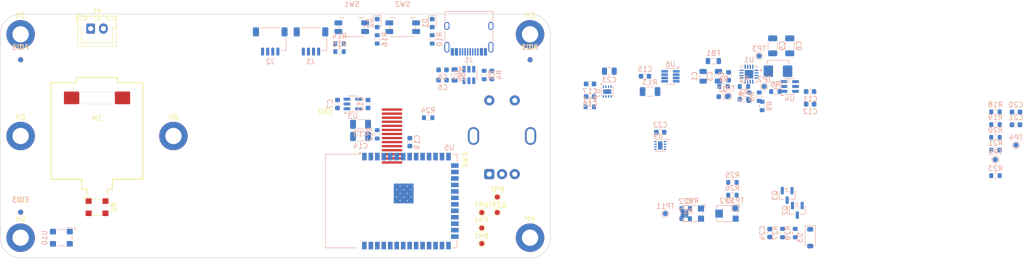
<source format=kicad_pcb>
(kicad_pcb (version 20241229) (generator "pcbnew") (generator_version "9.0")
  (title_block (title "Mini4WD Motor Tester") (date "2026-01-27") (rev "0.1") (company "Josh Johnson"))
  (layers (0 "F.Cu" signal) (2 "B.Cu" signal) (13 "F.Paste" user) (15 "B.Paste" user) (5 "F.SilkS" user "F.Silkscreen") (7 "B.SilkS" user "B.Silkscreen") (1 "F.Mask" user) (3 "B.Mask" user) (25 "Edge.Cuts" user))
  (net 0 "")
  (net 1 "GND")
  (net 2 "+5V")
  (net 3 "Net-(U1-SS{slash}TR)")
  (net 4 "Net-(U1-AVIN)")
  (net 5 "Net-(C5-Pad2)")
  (net 6 "+VMOT")
  (net 7 "+3V3")
  (net 8 "Net-(U6-IN-)")
  (net 9 "Net-(U5-EN)")
  (net 10 "/ENCODER_A")
  (net 11 "/ENCODER_B")
  (net 12 "Net-(D1-A)")
  (net 13 "Net-(D2-A)")
  (net 14 "/TFT_CS")
  (net 16 "Net-(DS1-LEDK)")
  (net 17 "/TFT_RST")
  (net 19 "/SPI_SCK")
  (net 20 "/TFT_DC")
  (net 21 "/SPI_PICO")
  (net 22 "Net-(J1-CC2)")
  (net 23 "/USB+")
  (net 24 "/USB-")
  (net 25 "Net-(J1-CC1)")
  (net 26 "/TXD")
  (net 27 "/RXD")
  (net 28 "/I2C_SCL")
  (net 29 "/I2C_SDA")
  (net 30 "Net-(L1-Pad1)")
  (net 31 "Net-(M1--)")
  (net 32 "Net-(M1-+)")
  (net 33 "/REG_EN")
  (net 34 "Net-(U1-FSW)")
  (net 35 "Net-(U1-PG)")
  (net 36 "Net-(U1-FB)")
  (net 37 "Net-(U4-VOUT)")
  (net 38 "/MOTOR_EN")
  (net 39 "/ESP0{slash}STAT")
  (net 40 "Net-(U8-K)")
  (net 41 "Net-(R18-Pad2)")
  (net 42 "Net-(R20-Pad2)")
  (net 43 "Net-(R22-Pad2)")
  (net 44 "/ENCODER_SW")
  (net 45 "/USB_D+")
  (net 46 "/USB_D-")
  (net 49 "/SPI_POCI")
  (net 50 "/MOTOR_IN2")
  (net 55 "/MOTOR_IN1")
  (net 61 "Net-(U10-K)")
  (net 68 "Net-(R26-Pad2)")
  (net 69 "/MOTOR_OUT")
  (net 70 "/WHEEL_OUT")
  (net 71 "/AUX_5V_EN")
  (net 72 "Net-(D3-K)")
  (net 73 "Net-(Q2-G)")
  (footprint "MountingHole:MountingHole_3.2mm_M3_DIN965_Pad_TopBottom" (layer "F.Cu") (at 170 80)
    (property "Reference" "H3" (at 0 -3.75 0) (layer "F.SilkS"))
    (property "Value" "M3")
    (pad "1" thru_hole circle (at 0 0) (size 3.6 3.6) (drill 3.2) (layers "*.Cu" "*.Mask") (net 1 "GND"))
    (pad "1" connect circle (at 0 0) (size 5.6 5.6) (layers "F.Cu" "F.Mask") (net 1 "GND"))
    (pad "1" connect circle (at 0 0) (size 5.6 5.6) (layers "B.Cu" "B.Mask") (net 1 "GND"))
  )
  (footprint "Fiducial:Fiducial_1mm_Mask3mm" (layer "F.Cu") (at 70 115)
    (property "Reference" "FID2" (at 0 -2.45 0) (layer "F.SilkS"))
    (property "Value" "Fiducial")
    (pad "" smd circle (at 0 0) (size 1 1) (layers "F.Cu" "F.Mask") (clearance 1.1))
  )
  (footprint "MountingHole:MountingHole_3.2mm_M3_DIN965_Pad_TopBottom" (layer "F.Cu") (at 70 80)
    (property "Reference" "H1" (at 0 -3.75 0) (layer "F.SilkS"))
    (property "Value" "M3")
    (pad "1" thru_hole circle (at 0 0) (size 3.6 3.6) (drill 3.2) (layers "*.Cu" "*.Mask") (net 1 "GND"))
    (pad "1" connect circle (at 0 0) (size 5.6 5.6) (layers "F.Cu" "F.Mask") (net 1 "GND"))
    (pad "1" connect circle (at 0 0) (size 5.6 5.6) (layers "B.Cu" "B.Mask") (net 1 "GND"))
  )
  (footprint "josh-passives-smt:Sharp_GP2S700HCP" (layer "F.Cu") (at 85 114)
    (property "Reference" "U8" (at 3.295 0 90) (layer "F.SilkS"))
    (property "Value" "GP2S700HCP")
    (pad "1" smd roundrect (at -1.65 -1.2) (size 1.2 1.1) (layers "F.Cu" "F.Mask" "F.Paste") (roundrect_rratio 0.1363636364) (net 1 "GND"))
    (pad "2" smd roundrect (at -1.65 1.2) (size 1.2 1.1) (layers "F.Cu" "F.Mask" "F.Paste") (roundrect_rratio 0.1363636364) (net 43 "Net-(R22-Pad2)"))
    (pad "3" smd roundrect (at 1.65 1.2) (size 1.2 1.1) (layers "F.Cu" "F.Mask" "F.Paste") (roundrect_rratio 0.1363636364) (net 40 "Net-(U8-K)"))
    (pad "4" smd roundrect (at 1.65 -1.2) (size 1.2 1.1) (layers "F.Cu" "F.Mask" "F.Paste") (roundrect_rratio 0.1363636364) (net 7 "+3V3"))
  )
  (footprint "MountingHole:MountingHole_3.2mm_M3_DIN965_Pad_TopBottom" (layer "F.Cu") (at 170 120)
    (property "Reference" "H4" (at 0 -3.75 0) (layer "F.SilkS"))
    (property "Value" "M3")
    (pad "1" thru_hole circle (at 0 0) (size 3.6 3.6) (drill 3.2) (layers "*.Cu" "*.Mask") (net 1 "GND"))
    (pad "1" connect circle (at 0 0) (size 5.6 5.6) (layers "F.Cu" "F.Mask") (net 1 "GND"))
    (pad "1" connect circle (at 0 0) (size 5.6 5.6) (layers "B.Cu" "B.Mask") (net 1 "GND"))
  )
  (footprint "TestPoint:TestPoint_Pad_D1.0mm" (layer "F.Cu") (at 160.52381 118.1)
    (property "Reference" "TP7" (at 0 -1.448 0) (layer "F.SilkS"))
    (property "Value" "TP")
    (pad "1" smd circle (at 0 0) (size 1 1) (layers "F.Cu" "F.Mask") (net 14 "/TFT_CS"))
  )
  (footprint "MountingHole:MountingHole_3.2mm_M3_DIN965_Pad_TopBottom" (layer "F.Cu") (at 70 120)
    (property "Reference" "H2" (at 0 -3.75 0) (layer "F.SilkS"))
    (property "Value" "M3")
    (pad "1" thru_hole circle (at 0 0) (size 3.6 3.6) (drill 3.2) (layers "*.Cu" "*.Mask") (net 1 "GND"))
    (pad "1" connect circle (at 0 0) (size 5.6 5.6) (layers "F.Cu" "F.Mask") (net 1 "GND"))
    (pad "1" connect circle (at 0 0) (size 5.6 5.6) (layers "B.Cu" "B.Mask") (net 1 "GND"))
  )
  (footprint "Connector_JST:JST_XH_B2B-XH-A_1x02_P2.50mm_Vertical" (layer "F.Cu") (at 83.75 78.875)
    (property "Reference" "J4" (at 1.25 -3.55 0) (layer "F.SilkS"))
    (property "Value" "JST XH")
    (pad "1" thru_hole roundrect (at 0 0) (size 1.7 2) (drill 1) (layers "*.Cu" "*.Mask") (roundrect_rratio 0.147059) (net 72 "Net-(D3-K)"))
    (pad "2" thru_hole oval (at 2.5 0) (size 1.7 2) (drill 1) (layers "*.Cu" "*.Mask") (net 1 "GND"))
  )
  (footprint "josh-buttons-switches:RotaryEncoder_Alps_EC11E_15MM" (layer "F.Cu") (at 162 107.5 90)
    (property "Reference" "SW3" (at 2.8 -4.7 90) (layer "F.SilkS"))
    (property "Value" "EC11")
    (pad "A" thru_hole roundrect (at 0 0 90) (size 2 2) (drill 1) (layers "*.Cu" "*.Mask") (roundrect_rratio 0.2) (net 41 "Net-(R18-Pad2)"))
    (pad "B" thru_hole circle (at 0 5 90) (size 2 2) (drill 1) (layers "*.Cu" "*.Mask") (net 42 "Net-(R20-Pad2)"))
    (pad "C" thru_hole circle (at 0 2.5 90) (size 2 2) (drill 1) (layers "*.Cu" "*.Mask") (net 1 "GND"))
    (pad "MP" thru_hole roundrect (at 7.5 -3.1 90) (size 3.5 2.2) (drill oval 2.8 1.5) (layers "*.Cu" "*.Mask") (roundrect_rratio 0.5))
    (pad "MP" thru_hole roundrect (at 7.5 8.1 90) (size 3.5 2.2) (drill oval 2.8 1.5) (layers "*.Cu" "*.Mask") (roundrect_rratio 0.5))
    (pad "S1" thru_hole circle (at 14.5 5 90) (size 2 2) (drill 1) (layers "*.Cu" "*.Mask") (net 44 "/ENCODER_SW"))
    (pad "S2" thru_hole circle (at 14.5 0 90) (size 2 2) (drill 1) (layers "*.Cu" "*.Mask") (net 1 "GND"))
  )
  (footprint "TestPoint:TestPoint_Pad_D1.0mm" (layer "F.Cu") (at 160.52381 115.05)
    (property "Reference" "TP6" (at 0 -1.448 0) (layer "F.SilkS"))
    (property "Value" "TP")
    (pad "1" smd circle (at 0 0) (size 1 1) (layers "F.Cu" "F.Mask") (net 21 "/SPI_PICO"))
  )
  (footprint "MountingHole:MountingHole_3.2mm_M3_DIN965_Pad_TopBottom" (layer "F.Cu") (at 70 100)
    (property "Reference" "H5" (at 0 -3.75 0) (layer "F.SilkS"))
    (property "Value" "M3")
    (pad "1" thru_hole circle (at 0 0) (size 3.6 3.6) (drill 3.2) (layers "*.Cu" "*.Mask") (net 1 "GND"))
    (pad "1" connect circle (at 0 0) (size 5.6 5.6) (layers "F.Cu" "F.Mask") (net 1 "GND"))
    (pad "1" connect circle (at 0 0) (size 5.6 5.6) (layers "B.Cu" "B.Mask") (net 1 "GND"))
  )
  (footprint "josh-display:1.8TFT" (layer "F.Cu") (at 130 100 90)
    (property "Reference" "DS1" (at 4.8 -0.1 0) (layer "F.SilkS"))
    (property "Value" "TFT-1.8''")
    (pad "1" smd roundrect (at 5.2 12.9 90) (size 0.45 4) (layers "F.Cu" "F.Mask" "F.Paste"))
    (pad "2" smd roundrect (at 4.4 12.9 90) (size 0.45 4) (layers "F.Cu" "F.Mask" "F.Paste") (net 1 "GND"))
    (pad "3" smd roundrect (at 3.6 12.9 90) (size 0.45 4) (layers "F.Cu" "F.Mask" "F.Paste") (net 16 "Net-(DS1-LEDK)"))
    (pad "4" smd roundrect (at 2.8 12.9 90) (size 0.45 4) (layers "F.Cu" "F.Mask" "F.Paste") (net 7 "+3V3"))
    (pad "5" smd roundrect (at 2 12.9 90) (size 0.45 4) (layers "F.Cu" "F.Mask" "F.Paste") (net 1 "GND"))
    (pad "6" smd roundrect (at 1.2 12.9 90) (size 0.45 4) (layers "F.Cu" "F.Mask" "F.Paste") (net 17 "/TFT_RST"))
    (pad "7" smd roundrect (at 0.4 12.9 90) (size 0.45 4) (layers "F.Cu" "F.Mask" "F.Paste") (net 20 "/TFT_DC"))
    (pad "8" smd roundrect (at -0.4 12.9 90) (size 0.45 4) (layers "F.Cu" "F.Mask" "F.Paste") (net 21 "/SPI_PICO"))
    (pad "9" smd roundrect (at -1.2 12.9 90) (size 0.45 4) (layers "F.Cu" "F.Mask" "F.Paste") (net 19 "/SPI_SCK"))
    (pad "10" smd roundrect (at -2 12.9 90) (size 0.45 4) (layers "F.Cu" "F.Mask" "F.Paste") (net 7 "+3V3"))
    (pad "11" smd roundrect (at -2.8 12.9 90) (size 0.45 4) (layers "F.Cu" "F.Mask" "F.Paste") (net 7 "+3V3"))
    (pad "12" smd roundrect (at -3.6 12.9 90) (size 0.45 4) (layers "F.Cu" "F.Mask" "F.Paste") (net 14 "/TFT_CS"))
    (pad "13" smd roundrect (at -4.4 12.9 90) (size 0.45 4) (layers "F.Cu" "F.Mask" "F.Paste") (net 1 "GND"))
    (pad "14" smd roundrect (at -5.2 12.9 90) (size 0.45 4) (layers "F.Cu" "F.Mask" "F.Paste"))
  )
  (footprint "josh-mechanical:Mini4WD_Motor" (layer "F.Cu") (at 85 96.5)
    (property "Reference" "M1" (at 0 0 0) (layer "F.SilkS"))
    (property "Value" "Motor_DC")
    (fp_line (start -3.4 -3.3) (end -3.4 -4.7) (stroke (width 0.05)) (layer "Edge.Cuts"))
    (fp_line (start -2.899999 -5.2) (end 2.9 -5.2) (stroke (width 0.05)) (layer "Edge.Cuts"))
    (fp_line (start -2.899999 -2.8) (end 2.9 -2.8) (stroke (width 0.05)) (layer "Edge.Cuts"))
    (fp_line (start 3.4 -3.3) (end 3.4 -4.7) (stroke (width 0.05)) (layer "Edge.Cuts"))
    (fp_arc (start -3.4 -4.7) (mid -3.253553 -5.053553) (end -2.9 -5.2) (stroke (width 0.05)) (layer "Edge.Cuts"))
    (fp_arc (start -2.9 -2.8) (mid -3.253553 -2.946447) (end -3.4 -3.3) (stroke (width 0.05)) (layer "Edge.Cuts"))
    (fp_arc (start 2.9 -5.2) (mid 3.253553 -5.053553) (end 3.4 -4.7) (stroke (width 0.05)) (layer "Edge.Cuts"))
    (fp_arc (start 3.4 -3.3) (mid 3.253553 -2.946447) (end 2.9 -2.8) (stroke (width 0.05)) (layer "Edge.Cuts"))
    (pad "1" smd roundrect (at -5 -4) (size 3 2.5) (layers "F.Cu" "F.Mask" "F.Paste") (roundrect_rratio 0.08333333333) (net 32 "Net-(M1-+)"))
    (pad "2" smd roundrect (at 5 -4) (size 3 2.5) (layers "F.Cu" "F.Mask" "F.Paste") (roundrect_rratio 0.08333333333) (net 31 "Net-(M1--)"))
  )
  (footprint "TestPoint:TestPoint_Pad_D1.0mm" (layer "F.Cu") (at 160.52381 121.15)
    (property "Reference" "TP8" (at 0 -1.448 0) (layer "F.SilkS"))
    (property "Value" "TP")
    (pad "1" smd circle (at 0 0) (size 1 1) (layers "F.Cu" "F.Mask") (net 17 "/TFT_RST"))
  )
  (footprint "Fiducial:Fiducial_1mm_Mask3mm" (layer "F.Cu") (at 70 85)
    (property "Reference" "FID4" (at 0 -2.45 0) (layer "F.SilkS"))
    (property "Value" "Fiducial")
    (pad "" smd circle (at 0 0) (size 1 1) (layers "F.Cu" "F.Mask") (clearance 1.1))
  )
  (footprint "TestPoint:TestPoint_Pad_D1.0mm" (layer "F.Cu") (at 163.57381 112)
    (property "Reference" "TP9" (at 0 -1.448 0) (layer "F.SilkS"))
    (property "Value" "TP")
    (pad "1" smd circle (at 0 0) (size 1 1) (layers "F.Cu" "F.Mask") (net 19 "/SPI_SCK"))
  )
  (footprint "Fiducial:Fiducial_1mm_Mask3mm" (layer "F.Cu") (at 170 85)
    (property "Reference" "FID6" (at 0 -2.45 0) (layer "F.SilkS"))
    (property "Value" "Fiducial")
    (pad "" smd circle (at 0 0) (size 1 1) (layers "F.Cu" "F.Mask") (clearance 1.1))
  )
  (footprint "TestPoint:TestPoint_Pad_D1.0mm" (layer "F.Cu") (at 163.57381 115.05)
    (property "Reference" "TP10" (at 0 -1.448 0) (layer "F.SilkS"))
    (property "Value" "TP")
    (pad "1" smd circle (at 0 0) (size 1 1) (layers "F.Cu" "F.Mask") (net 20 "/TFT_DC"))
  )
  (footprint "MountingHole:MountingHole_3.2mm_M3_DIN965_Pad_TopBottom" (layer "F.Cu") (at 100 100)
    (property "Reference" "H6" (at 0 -3.75 0) (layer "F.SilkS"))
    (property "Value" "M3")
    (pad "1" thru_hole circle (at 0 0) (size 3.6 3.6) (drill 3.2) (layers "*.Cu" "*.Mask") (net 1 "GND"))
    (pad "1" connect circle (at 0 0) (size 5.6 5.6) (layers "F.Cu" "F.Mask") (net 1 "GND"))
    (pad "1" connect circle (at 0 0) (size 5.6 5.6) (layers "B.Cu" "B.Mask") (net 1 "GND"))
  )
  (footprint "Resistor_SMD:R_0603_1608Metric" (layer "B.Cu") (at 212.98 92.26 -90)
    (property "Reference" "R7" (at 0 1.43 90) (layer "B.SilkS") (effects (justify mirror)))
    (property "Value" "49K9")
    (pad "1" smd roundrect (at -0.825 0 270) (size 0.8 0.95) (layers "B.Cu" "B.Mask" "B.Paste") (net 6 "+VMOT"))
    (pad "2" smd roundrect (at 0.825 0 270) (size 0.8 0.95) (layers "B.Cu" "B.Mask" "B.Paste") (net 36 "Net-(U1-FB)"))
  )
  (footprint "Capacitor_SMD:C_0603_1608Metric" (layer "B.Cu") (at 265.39 97.79 180)
    (property "Reference" "C21" (at 0 1.43 0) (layer "B.SilkS") (effects (justify mirror)))
    (property "Value" "10n")
    (pad "1" smd roundrect (at -0.775 0 180) (size 0.9 0.95) (layers "B.Cu" "B.Mask" "B.Paste") (net 11 "/ENCODER_B"))
    (pad "2" smd roundrect (at 0.775 0 180) (size 0.9 0.95) (layers "B.Cu" "B.Mask" "B.Paste") (net 1 "GND"))
  )
  (footprint "Package_SON:WSON-8-1EP_2x2mm_P0.5mm_EP0.9x1.6mm" (layer "B.Cu") (at 195.56 101.86 180)
    (property "Reference" "U9" (at 0.38 1.9 0) (layer "B.SilkS") (effects (justify mirror)))
    (property "Value" "TMP1075DSG")
    (pad "1" smd roundrect (at -0.95 0.75 180) (size 0.5 0.25) (layers "B.Cu" "B.Mask" "B.Paste") (net 29 "/I2C_SDA"))
    (pad "2" smd roundrect (at -0.95 0.25 180) (size 0.5 0.25) (layers "B.Cu" "B.Mask" "B.Paste") (net 28 "/I2C_SCL"))
    (pad "3" smd roundrect (at -0.95 -0.25 180) (size 0.5 0.25) (layers "B.Cu" "B.Mask" "B.Paste"))
    (pad "4" smd roundrect (at -0.95 -0.75 180) (size 0.5 0.25) (layers "B.Cu" "B.Mask" "B.Paste") (net 1 "GND"))
    (pad "5" smd roundrect (at 0.95 -0.75 180) (size 0.5 0.25) (layers "B.Cu" "B.Mask" "B.Paste") (net 1 "GND"))
    (pad "6" smd roundrect (at 0.95 -0.25 180) (size 0.5 0.25) (layers "B.Cu" "B.Mask" "B.Paste") (net 1 "GND"))
    (pad "7" smd roundrect (at 0.95 0.25 180) (size 0.5 0.25) (layers "B.Cu" "B.Mask" "B.Paste") (net 1 "GND"))
    (pad "8" smd roundrect (at 0.95 0.75 180) (size 0.5 0.25) (layers "B.Cu" "B.Mask" "B.Paste") (net 7 "+3V3"))
    (pad "9" smd rect (at 0 0 180) (size 0.9 1.6) (layers "B.Cu" "B.Mask") (net 1 "GND"))
  )
  (footprint "Resistor_SMD:R_0603_1608Metric" (layer "B.Cu") (at 214.98 92.26 -90)
    (property "Reference" "R8" (at 0 1.43 90) (layer "B.SilkS") (effects (justify mirror)))
    (property "Value" "30K")
    (pad "1" smd roundrect (at -0.825 0 270) (size 0.8 0.95) (layers "B.Cu" "B.Mask" "B.Paste") (net 36 "Net-(U1-FB)"))
    (pad "2" smd roundrect (at 0.825 0 270) (size 0.8 0.95) (layers "B.Cu" "B.Mask" "B.Paste") (net 1 "GND"))
  )
  (footprint "Diode_SMD:D_SOD-123" (layer "B.Cu") (at 225 120 -90)
    (property "Reference" "D3" (at 0 2 90) (layer "B.SilkS") (effects (justify mirror)))
    (property "Value" "B5819W")
    (pad "1" smd roundrect (at -1.65 0 270) (size 0.9 1.2) (layers "B.Cu" "B.Mask" "B.Paste") (net 72 "Net-(D3-K)"))
    (pad "2" smd roundrect (at 1.65 0 270) (size 0.9 1.2) (layers "B.Cu" "B.Mask" "B.Paste") (net 1 "GND"))
  )
  (footprint "Capacitor_SMD:C_0805_2012Metric" (layer "B.Cu") (at 185.56 87.26)
    (property "Reference" "C23" (at 0 1.68 180) (layer "B.SilkS") (effects (justify mirror)))
    (property "Value" "10u")
    (pad "1" smd roundrect (at -0.95 0) (size 1 1.45) (layers "B.Cu" "B.Mask" "B.Paste") (net 8 "Net-(U6-IN-)"))
    (pad "2" smd roundrect (at 0.95 0) (size 1 1.45) (layers "B.Cu" "B.Mask" "B.Paste") (net 1 "GND"))
  )
  (footprint "Resistor_SMD:R_0603_1608Metric" (layer "B.Cu") (at 261.36 107.79 180)
    (property "Reference" "R23" (at 0 1.43 0) (layer "B.SilkS") (effects (justify mirror)))
    (property "Value" "10K")
    (pad "1" smd roundrect (at -0.825 0 180) (size 0.8 0.95) (layers "B.Cu" "B.Mask" "B.Paste") (net 7 "+3V3"))
    (pad "2" smd roundrect (at 0.825 0 180) (size 0.8 0.95) (layers "B.Cu" "B.Mask" "B.Paste") (net 44 "/ENCODER_SW"))
  )
  (footprint "Resistor_SMD:R_0603_1608Metric" (layer "B.Cu") (at 200.56 116.26 180)
    (property "Reference" "R17" (at 0 1.43 0) (layer "B.SilkS") (effects (justify mirror)))
    (property "Value" "22R")
    (pad "1" smd roundrect (at -0.825 0 180) (size 0.8 0.95) (layers "B.Cu" "B.Mask" "B.Paste") (net 1 "GND"))
    (pad "2" smd roundrect (at 0.825 0 180) (size 0.8 0.95) (layers "B.Cu" "B.Mask" "B.Paste") (net 40 "Net-(U8-K)"))
  )
  (footprint "RF_Module:ESP32-S3-WROOM-1" (layer "B.Cu") (at 142.74 112.8 -90)
    (property "Reference" "U5" (at -10.5 -11.4 0) (layer "B.SilkS") (effects (justify mirror)))
    (property "Value" "ESP32-S3-WROOM-1")
    (pad "1" smd rect (at -8.75 5.26 270) (size 1.5 0.9) (layers "B.Cu" "B.Mask" "B.Paste") (net 1 "GND"))
    (pad "2" smd rect (at -8.75 3.99 270) (size 1.5 0.9) (layers "B.Cu" "B.Mask" "B.Paste") (net 7 "+3V3"))
    (pad "3" smd rect (at -8.75 2.72 270) (size 1.5 0.9) (layers "B.Cu" "B.Mask" "B.Paste") (net 9 "Net-(U5-EN)"))
    (pad "4" smd rect (at -8.75 1.45 270) (size 1.5 0.9) (layers "B.Cu" "B.Mask" "B.Paste") (net 44 "/ENCODER_SW"))
    (pad "5" smd rect (at -8.75 0.18 270) (size 1.5 0.9) (layers "B.Cu" "B.Mask" "B.Paste") (net 10 "/ENCODER_A"))
    (pad "6" smd rect (at -8.75 -1.09 270) (size 1.5 0.9) (layers "B.Cu" "B.Mask" "B.Paste") (net 11 "/ENCODER_B"))
    (pad "7" smd rect (at -8.75 -2.36 270) (size 1.5 0.9) (layers "B.Cu" "B.Mask" "B.Paste") (net 17 "/TFT_RST"))
    (pad "8" smd rect (at -8.75 -3.63 270) (size 1.5 0.9) (layers "B.Cu" "B.Mask" "B.Paste") (net 69 "/MOTOR_OUT"))
    (pad "9" smd rect (at -8.75 -4.9 270) (size 1.5 0.9) (layers "B.Cu" "B.Mask" "B.Paste") (net 33 "/REG_EN"))
    (pad "10" smd rect (at -8.75 -6.17 270) (size 1.5 0.9) (layers "B.Cu" "B.Mask" "B.Paste") (net 55 "/MOTOR_IN1"))
    (pad "11" smd rect (at -8.75 -7.44 270) (size 1.5 0.9) (layers "B.Cu" "B.Mask" "B.Paste") (net 50 "/MOTOR_IN2"))
    (pad "12" smd rect (at -8.75 -8.71 270) (size 1.5 0.9) (layers "B.Cu" "B.Mask" "B.Paste") (net 29 "/I2C_SDA"))
    (pad "13" smd rect (at -8.75 -9.98 270) (size 1.5 0.9) (layers "B.Cu" "B.Mask" "B.Paste") (net 46 "/USB_D-"))
    (pad "14" smd rect (at -8.75 -11.25 90) (size 1.5 0.9) (layers "B.Cu" "B.Mask" "B.Paste") (net 45 "/USB_D+"))
    (pad "15" smd rect (at -6.985 -12.5) (size 1.5 0.9) (layers "B.Cu" "B.Mask" "B.Paste"))
    (pad "16" smd rect (at -5.715 -12.5) (size 1.5 0.9) (layers "B.Cu" "B.Mask" "B.Paste"))
    (pad "17" smd rect (at -4.445 -12.5) (size 1.5 0.9) (layers "B.Cu" "B.Mask" "B.Paste") (net 28 "/I2C_SCL"))
    (pad "18" smd rect (at -3.175 -12.5) (size 1.5 0.9) (layers "B.Cu" "B.Mask" "B.Paste") (net 20 "/TFT_DC"))
    (pad "19" smd rect (at -1.905 -12.5) (size 1.5 0.9) (layers "B.Cu" "B.Mask" "B.Paste") (net 21 "/SPI_PICO"))
    (pad "20" smd rect (at -0.635 -12.5) (size 1.5 0.9) (layers "B.Cu" "B.Mask" "B.Paste") (net 19 "/SPI_SCK"))
    (pad "21" smd rect (at 0.635 -12.5) (size 1.5 0.9) (layers "B.Cu" "B.Mask" "B.Paste") (net 49 "/SPI_POCI"))
    (pad "22" smd rect (at 1.905 -12.5) (size 1.5 0.9) (layers "B.Cu" "B.Mask" "B.Paste") (net 14 "/TFT_CS"))
    (pad "23" smd rect (at 3.175 -12.5) (size 1.5 0.9) (layers "B.Cu" "B.Mask" "B.Paste") (net 38 "/MOTOR_EN"))
    (pad "24" smd rect (at 4.445 -12.5) (size 1.5 0.9) (layers "B.Cu" "B.Mask" "B.Paste"))
    (pad "25" smd rect (at 5.715 -12.5) (size 1.5 0.9) (layers "B.Cu" "B.Mask" "B.Paste"))
    (pad "26" smd rect (at 6.985 -12.5) (size 1.5 0.9) (layers "B.Cu" "B.Mask" "B.Paste"))
    (pad "27" smd rect (at 8.75 -11.25 270) (size 1.5 0.9) (layers "B.Cu" "B.Mask" "B.Paste") (net 39 "/ESP0{slash}STAT"))
    (pad "28" smd rect (at 8.75 -9.98 270) (size 1.5 0.9) (layers "B.Cu" "B.Mask" "B.Paste"))
    (pad "29" smd rect (at 8.75 -8.71 270) (size 1.5 0.9) (layers "B.Cu" "B.Mask" "B.Paste"))
    (pad "30" smd rect (at 8.75 -7.44 270) (size 1.5 0.9) (layers "B.Cu" "B.Mask" "B.Paste"))
    (pad "31" smd rect (at 8.75 -6.17 270) (size 1.5 0.9) (layers "B.Cu" "B.Mask" "B.Paste"))
    (pad "32" smd rect (at 8.75 -4.9 270) (size 1.5 0.9) (layers "B.Cu" "B.Mask" "B.Paste"))
    (pad "33" smd rect (at 8.75 -3.63 270) (size 1.5 0.9) (layers "B.Cu" "B.Mask" "B.Paste"))
    (pad "34" smd rect (at 8.75 -2.36 270) (size 1.5 0.9) (layers "B.Cu" "B.Mask" "B.Paste"))
    (pad "35" smd rect (at 8.75 -1.09 270) (size 1.5 0.9) (layers "B.Cu" "B.Mask" "B.Paste"))
    (pad "36" smd rect (at 8.75 0.18 270) (size 1.5 0.9) (layers "B.Cu" "B.Mask" "B.Paste") (net 27 "/RXD"))
    (pad "37" smd rect (at 8.75 1.45 270) (size 1.5 0.9) (layers "B.Cu" "B.Mask" "B.Paste") (net 26 "/TXD"))
    (pad "38" smd rect (at 8.75 2.72 270) (size 1.5 0.9) (layers "B.Cu" "B.Mask" "B.Paste") (net 71 "/AUX_5V_EN"))
    (pad "39" smd rect (at 8.75 3.99 270) (size 1.5 0.9) (layers "B.Cu" "B.Mask" "B.Paste") (net 70 "/WHEEL_OUT"))
    (pad "40" smd rect (at 8.75 5.26 270) (size 1.5 0.9) (layers "B.Cu" "B.Mask" "B.Paste") (net 1 "GND"))
    (pad "41" thru_hole circle (at -2.9 -3.16 270) (size 0.6 0.6) (drill 0.2) (property pad_prop_heatsink) (layers "*.Cu" "B.Mask") (net 1 "GND"))
    (pad "41" thru_hole circle (at -2.9 -1.76 180) (size 0.6 0.6) (drill 0.2) (property pad_prop_heatsink) (layers "*.Cu" "B.Mask") (net 1 "GND"))
    (pad "41" thru_hole circle (at -2.2 -3.86 270) (size 0.6 0.6) (drill 0.2) (property pad_prop_heatsink) (layers "*.Cu" "B.Mask") (net 1 "GND"))
    (pad "41" thru_hole circle (at -2.2 -2.46 270) (size 0.6 0.6) (drill 0.2) (property pad_prop_heatsink) (layers "*.Cu" "B.Mask") (net 1 "GND"))
    (pad "41" thru_hole circle (at -2.2 -1.06 270) (size 0.6 0.6) (drill 0.2) (property pad_prop_heatsink) (layers "*.Cu" "B.Mask") (net 1 "GND"))
    (pad "41" thru_hole circle (at -1.5 -3.16 270) (size 0.6 0.6) (drill 0.2) (property pad_prop_heatsink) (layers "*.Cu" "B.Mask") (net 1 "GND"))
    (pad "41" smd rect (at -1.5 -2.46) (size 3.9 3.9) (property pad_prop_heatsink) (layers "B.Cu" "B.Mask") (net 1 "GND"))
    (pad "41" thru_hole circle (at -1.5 -1.76 270) (size 0.6 0.6) (drill 0.2) (property pad_prop_heatsink) (layers "*.Cu" "B.Mask") (net 1 "GND"))
    (pad "41" thru_hole circle (at -0.8 -3.86 270) (size 0.6 0.6) (drill 0.2) (property pad_prop_heatsink) (layers "*.Cu" "B.Mask") (net 1 "GND"))
    (pad "41" thru_hole circle (at -0.8 -2.46 270) (size 0.6 0.6) (drill 0.2) (property pad_prop_heatsink) (layers "*.Cu" "B.Mask") (net 1 "GND"))
    (pad "41" thru_hole circle (at -0.8 -1.06 270) (size 0.6 0.6) (drill 0.2) (property pad_prop_heatsink) (layers "*.Cu" "B.Mask") (net 1 "GND"))
    (pad "41" thru_hole circle (at -0.1 -3.16 270) (size 0.6 0.6) (drill 0.2) (property pad_prop_heatsink) (layers "*.Cu" "B.Mask") (net 1 "GND"))
    (pad "41" thru_hole circle (at -0.1 -1.76 270) (size 0.6 0.6) (drill 0.2) (property pad_prop_heatsink) (layers "*.Cu" "B.Mask") (net 1 "GND"))
  )
  (footprint "TestPoint:TestPoint_Pad_D1.0mm" (layer "B.Cu") (at 196.56 115.26 180)
    (property "Reference" "TP11" (at 0 1.448 0) (layer "B.SilkS") (effects (justify mirror)))
    (property "Value" "TP")
    (pad "1" smd circle (at 0 0 180) (size 1 1) (layers "B.Cu" "B.Mask") (net 69 "/MOTOR_OUT"))
  )
  (footprint "Capacitor_SMD:C_0603_1608Metric" (layer "B.Cu") (at 217.05 119.085 -90)
    (property "Reference" "C24" (at 0 1.43 90) (layer "B.SilkS") (effects (justify mirror)))
    (property "Value" "100n")
    (pad "1" smd roundrect (at -0.775 0 270) (size 0.9 0.95) (layers "B.Cu" "B.Mask" "B.Paste") (net 72 "Net-(D3-K)"))
    (pad "2" smd roundrect (at 0.775 0 270) (size 0.9 0.95) (layers "B.Cu" "B.Mask" "B.Paste") (net 1 "GND"))
  )
  (footprint "Resistor_SMD:R_0603_1608Metric" (layer "B.Cu") (at 181.735 94.26 180)
    (property "Reference" "R11" (at 0 1.43 0) (layer "B.SilkS") (effects (justify mirror)))
    (property "Value" "10K")
    (pad "1" smd roundrect (at -0.825 0 180) (size 0.8 0.95) (layers "B.Cu" "B.Mask" "B.Paste") (net 38 "/MOTOR_EN"))
    (pad "2" smd roundrect (at 0.825 0 180) (size 0.8 0.95) (layers "B.Cu" "B.Mask" "B.Paste") (net 1 "GND"))
  )
  (footprint "Capacitor_SMD:C_0805_2012Metric" (layer "B.Cu") (at 206.98 88.26 -90)
    (property "Reference" "C3" (at 0 1.68 90) (layer "B.SilkS") (effects (justify mirror)))
    (property "Value" "10u")
    (pad "1" smd roundrect (at -0.95 0 270) (size 1 1.45) (layers "B.Cu" "B.Mask" "B.Paste") (net 4 "Net-(U1-AVIN)"))
    (pad "2" smd roundrect (at 0.95 0 270) (size 1 1.45) (layers "B.Cu" "B.Mask" "B.Paste") (net 1 "GND"))
  )
  (footprint "Resistor_SMD:R_0603_1608Metric" (layer "B.Cu") (at 261.36 102.77 180)
    (property "Reference" "R21" (at 0 1.43 0) (layer "B.SilkS") (effects (justify mirror)))
    (property "Value" "10K")
    (pad "1" smd roundrect (at -0.825 0 180) (size 0.8 0.95) (layers "B.Cu" "B.Mask" "B.Paste") (net 7 "+3V3"))
    (pad "2" smd roundrect (at 0.825 0 180) (size 0.8 0.95) (layers "B.Cu" "B.Mask" "B.Paste") (net 42 "Net-(R20-Pad2)"))
  )
  (footprint "Resistor_SMD:R_0603_1608Metric" (layer "B.Cu") (at 162.5 88 90)
    (property "Reference" "R4" (at 0 1.43 90) (layer "B.SilkS") (effects (justify mirror)))
    (property "Value" "5K1")
    (pad "1" smd roundrect (at -0.825 0 90) (size 0.8 0.95) (layers "B.Cu" "B.Mask" "B.Paste") (net 1 "GND"))
    (pad "2" smd roundrect (at 0.825 0 90) (size 0.8 0.95) (layers "B.Cu" "B.Mask" "B.Paste") (net 25 "Net-(J1-CC1)"))
  )
  (footprint "josh-connectors:USB_C_Receptacle_HRO_TYPE-C-31-M-12" (layer "B.Cu") (at 158 79.4)
    (property "Reference" "J1" (at 0 5.645 0) (layer "B.SilkS") (effects (justify mirror)))
    (property "Value" "USB_C_Receptacle_USB2.0_16P")
    (pad "" np_thru_hole circle (at -2.89 2.6) (size 0.65 0.65) (drill 0.65) (layers "*.Cu" "*.Mask"))
    (pad "" np_thru_hole circle (at 2.89 2.6) (size 0.65 0.65) (drill 0.65) (layers "*.Cu" "*.Mask"))
    (pad "A1" smd roundrect (at -3.25 4.045) (size 0.6 1.45) (layers "B.Cu" "B.Mask" "B.Paste") (roundrect_rratio 0.2) (net 1 "GND"))
    (pad "A4" smd roundrect (at -2.45 4.045) (size 0.6 1.45) (layers "B.Cu" "B.Mask" "B.Paste") (roundrect_rratio 0.2) (net 5 "Net-(C5-Pad2)"))
    (pad "A5" smd roundrect (at -1.25 4.045) (size 0.3 1.45) (layers "B.Cu" "B.Mask" "B.Paste") (roundrect_rratio 0.2) (net 25 "Net-(J1-CC1)"))
    (pad "A6" smd roundrect (at -0.25 4.045) (size 0.3 1.45) (layers "B.Cu" "B.Mask" "B.Paste") (roundrect_rratio 0.2) (net 23 "/USB+"))
    (pad "A7" smd roundrect (at 0.25 4.045) (size 0.3 1.45) (layers "B.Cu" "B.Mask" "B.Paste") (roundrect_rratio 0.2) (net 24 "/USB-"))
    (pad "A8" smd roundrect (at 1.25 4.045) (size 0.3 1.45) (layers "B.Cu" "B.Mask" "B.Paste") (roundrect_rratio 0.2))
    (pad "A9" smd roundrect (at 2.45 4.045) (size 0.6 1.45) (layers "B.Cu" "B.Mask" "B.Paste") (roundrect_rratio 0.2) (net 5 "Net-(C5-Pad2)"))
    (pad "A12" smd roundrect (at 3.25 4.045) (size 0.6 1.45) (layers "B.Cu" "B.Mask" "B.Paste") (roundrect_rratio 0.2) (net 1 "GND"))
    (pad "B1" smd roundrect (at 3.25 4.045) (size 0.6 1.45) (layers "B.Cu" "B.Mask" "B.Paste") (roundrect_rratio 0.2) (net 1 "GND"))
    (pad "B4" smd roundrect (at 2.45 4.045) (size 0.6 1.45) (layers "B.Cu" "B.Mask" "B.Paste") (roundrect_rratio 0.2) (net 5 "Net-(C5-Pad2)"))
    (pad "B5" smd roundrect (at 1.75 4.045) (size 0.3 1.45) (layers "B.Cu" "B.Mask" "B.Paste") (roundrect_rratio 0.2) (net 22 "Net-(J1-CC2)"))
    (pad "B6" smd roundrect (at 0.75 4.045) (size 0.3 1.45) (layers "B.Cu" "B.Mask" "B.Paste") (roundrect_rratio 0.2) (net 23 "/USB+"))
    (pad "B7" smd roundrect (at -0.75 4.045) (size 0.3 1.45) (layers "B.Cu" "B.Mask" "B.Paste") (roundrect_rratio 0.2) (net 24 "/USB-"))
    (pad "B8" smd roundrect (at -1.75 4.045) (size 0.3 1.45) (layers "B.Cu" "B.Mask" "B.Paste") (roundrect_rratio 0.2))
    (pad "B9" smd roundrect (at -2.45 4.045) (size 0.6 1.45) (layers "B.Cu" "B.Mask" "B.Paste") (roundrect_rratio 0.2) (net 5 "Net-(C5-Pad2)"))
    (pad "B12" smd roundrect (at -3.25 4.045) (size 0.6 1.45) (layers "B.Cu" "B.Mask" "B.Paste") (roundrect_rratio 0.2) (net 1 "GND"))
    (pad "S1" thru_hole oval (at -4.32 -1.05) (size 1 1.6) (drill oval 0.6 1.2) (layers "*.Cu" "*.Mask") (net 1 "GND"))
    (pad "S1" thru_hole oval (at -4.32 3.13) (size 1 2.1) (drill oval 0.6 1.7) (layers "*.Cu" "*.Mask") (net 1 "GND"))
    (pad "S1" thru_hole oval (at 4.32 -1.05) (size 1 1.6) (drill oval 0.6 1.2) (layers "*.Cu" "*.Mask") (net 1 "GND"))
    (pad "S1" thru_hole oval (at 4.32 3.13) (size 1 2.1) (drill oval 0.6 1.7) (layers "*.Cu" "*.Mask") (net 1 "GND"))
  )
  (footprint "Resistor_SMD:R_0603_1608Metric" (layer "B.Cu") (at 219.56 119.085 -90)
    (property "Reference" "R27" (at 0 1.43 90) (layer "B.SilkS") (effects (justify mirror)))
    (property "Value" "10K")
    (pad "1" smd roundrect (at -0.825 0 270) (size 0.8 0.95) (layers "B.Cu" "B.Mask" "B.Paste") (net 71 "/AUX_5V_EN"))
    (pad "2" smd roundrect (at 0.825 0 270) (size 0.8 0.95) (layers "B.Cu" "B.Mask" "B.Paste") (net 1 "GND"))
  )
  (footprint "Resistor_SMD:R_0603_1608Metric" (layer "B.Cu") (at 200.56 114.26 180)
    (property "Reference" "R22" (at 0 1.43 0) (layer "B.SilkS") (effects (justify mirror)))
    (property "Value" "2K2")
    (pad "1" smd roundrect (at -0.825 0 180) (size 0.8 0.95) (layers "B.Cu" "B.Mask" "B.Paste") (net 7 "+3V3"))
    (pad "2" smd roundrect (at 0.825 0 180) (size 0.8 0.95) (layers "B.Cu" "B.Mask" "B.Paste") (net 43 "Net-(R22-Pad2)"))
  )
  (footprint "Resistor_SMD:R_0603_1608Metric" (layer "B.Cu") (at 222.07 119.085 -90)
    (property "Reference" "R28" (at 0 1.43 90) (layer "B.SilkS") (effects (justify mirror)))
    (property "Value" "10K")
    (pad "1" smd roundrect (at -0.825 0 270) (size 0.8 0.95) (layers "B.Cu" "B.Mask" "B.Paste") (net 73 "Net-(Q2-G)"))
    (pad "2" smd roundrect (at 0.825 0 270) (size 0.8 0.95) (layers "B.Cu" "B.Mask" "B.Paste") (net 2 "+5V"))
  )
  (footprint "Capacitor_SMD:C_1206_3216Metric" (layer "B.Cu") (at 220.98 82.26 90)
    (property "Reference" "C8" (at 0 1.85 90) (layer "B.SilkS") (effects (justify mirror)))
    (property "Value" "22u")
    (pad "1" smd roundrect (at -1.475 0 90) (size 1.15 1.8) (layers "B.Cu" "B.Mask" "B.Paste") (roundrect_rratio 0.217391) (net 6 "+VMOT"))
    (pad "2" smd roundrect (at 1.475 0 90) (size 1.15 1.8) (layers "B.Cu" "B.Mask" "B.Paste") (roundrect_rratio 0.217391) (net 1 "GND"))
  )
  (footprint "Resistor_SMD:R_0603_1608Metric" (layer "B.Cu") (at 209.73 109.12 180)
    (property "Reference" "R25" (at 0 1.43 0) (layer "B.SilkS") (effects (justify mirror)))
    (property "Value" "22R")
    (pad "1" smd roundrect (at -0.825 0 180) (size 0.8 0.95) (layers "B.Cu" "B.Mask" "B.Paste") (net 1 "GND"))
    (pad "2" smd roundrect (at 0.825 0 180) (size 0.8 0.95) (layers "B.Cu" "B.Mask" "B.Paste") (net 61 "Net-(U10-K)"))
  )
  (footprint "Resistor_SMD:R_0603_1608Metric" (layer "B.Cu") (at 211.98 92.77 180)
    (property "Reference" "R3" (at 0 1.43 0) (layer "B.SilkS") (effects (justify mirror)))
    (property "Value" "0R")
    (pad "1" smd roundrect (at -0.825 0 180) (size 0.8 0.95) (layers "B.Cu" "B.Mask" "B.Paste") (net 34 "Net-(U1-FSW)"))
    (pad "2" smd roundrect (at 0.825 0 180) (size 0.8 0.95) (layers "B.Cu" "B.Mask" "B.Paste") (net 1 "GND"))
  )
  (footprint "Capacitor_SMD:C_0805_2012Metric" (layer "B.Cu") (at 203.98 88.26 -90)
    (property "Reference" "C1" (at 0 1.68 90) (layer "B.SilkS") (effects (justify mirror)))
    (property "Value" "10u")
    (pad "1" smd roundrect (at -0.95 0 270) (size 1 1.45) (layers "B.Cu" "B.Mask" "B.Paste") (net 2 "+5V"))
    (pad "2" smd roundrect (at 0.95 0 270) (size 1 1.45) (layers "B.Cu" "B.Mask" "B.Paste") (net 1 "GND"))
  )
  (footprint "Resistor_SMD:R_0603_1608Metric" (layer "B.Cu") (at 211.98 90.26 180)
    (property "Reference" "R2" (at 0 1.43 0) (layer "B.SilkS") (effects (justify mirror)))
    (property "Value" "0R")
    (pad "1" smd roundrect (at -0.825 0 180) (size 0.8 0.95) (layers "B.Cu" "B.Mask" "B.Paste") (net 6 "+VMOT"))
    (pad "2" smd roundrect (at 0.825 0 180) (size 0.8 0.95) (layers "B.Cu" "B.Mask" "B.Paste") (net 34 "Net-(U1-FSW)"))
  )
  (footprint "Capacitor_SMD:C_1206_3216Metric" (layer "B.Cu") (at 217.63 82.26 90)
    (property "Reference" "C9" (at 0 1.85 90) (layer "B.SilkS") (effects (justify mirror)))
    (property "Value" "22u")
    (pad "1" smd roundrect (at -1.475 0 90) (size 1.15 1.8) (layers "B.Cu" "B.Mask" "B.Paste") (roundrect_rratio 0.217391) (net 6 "+VMOT"))
    (pad "2" smd roundrect (at 1.475 0 90) (size 1.15 1.8) (layers "B.Cu" "B.Mask" "B.Paste") (roundrect_rratio 0.217391) (net 1 "GND"))
  )
  (footprint "josh-buttons-switches:SW_PUSH_EVQPUL_EVQPUC" (layer "B.Cu") (at 135 78.6 180)
    (property "Reference" "SW1" (at 0 4.5 0) (layer "B.SilkS") (effects (justify mirror)))
    (property "Value" "RA")
    (pad "" np_thru_hole circle (at 0 -1.375) (size 0.75 0.75) (drill 0.75) (layers "*.Cu" "*.Mask"))
    (pad "" np_thru_hole circle (at 0 1.375) (size 0.75 0.75) (drill 0.75) (layers "*.Cu" "*.Mask"))
    (pad "1" smd roundrect (at -2.625 0.85) (size 1.55 1) (layers "B.Cu" "B.Mask" "B.Paste") (roundrect_rratio 0.2) (net 9 "Net-(U5-EN)"))
    (pad "1" smd roundrect (at 2.625 0.85) (size 1.55 1) (layers "B.Cu" "B.Mask" "B.Paste") (roundrect_rratio 0.2) (net 9 "Net-(U5-EN)"))
    (pad "2" smd roundrect (at -2.625 -0.85) (size 1.55 1) (layers "B.Cu" "B.Mask" "B.Paste") (roundrect_rratio 0.2) (net 1 "GND"))
    (pad "2" smd roundrect (at 2.625 -0.85) (size 1.55 1) (layers "B.Cu" "B.Mask" "B.Paste") (roundrect_rratio 0.2) (net 1 "GND"))
  )
  (footprint "TestPoint:TestPoint_Pad_D1.0mm" (layer "B.Cu") (at 215.98 90.26 180)
    (property "Reference" "TP2" (at 0 1.448 0) (layer "B.SilkS") (effects (justify mirror)))
    (property "Value" "TP")
    (pad "1" smd circle (at 0 0 180) (size 1 1) (layers "B.Cu" "B.Mask") (net 37 "Net-(U4-VOUT)"))
  )
  (footprint "josh-passives-smt:Potentiometer_Bourns_TC33X_Vertical" (layer "B.Cu") (at 208.56 115.26 180)
    (property "Reference" "RV2" (at 0 2.5 0) (layer "B.SilkS") (effects (justify mirror)))
    (property "Value" "POT_10K")
    (pad "1" smd rect (at -1.8 1 180) (size 1.2 1.2) (layers "B.Cu" "B.Mask" "B.Paste") (net 68 "Net-(R26-Pad2)"))
    (pad "2" smd rect (at 1.45 0 180) (size 1.5 1.6) (layers "B.Cu" "B.Mask" "B.Paste") (net 70 "/WHEEL_OUT"))
    (pad "3" smd rect (at -1.8 -1 180) (size 1.2 1.2) (layers "B.Cu" "B.Mask" "B.Paste") (net 1 "GND"))
  )
  (footprint "josh-buttons-switches:SW_PUSH_EVQPUL_EVQPUC" (layer "B.Cu") (at 145 78.6 180)
    (property "Reference" "SW2" (at 0 4.5 0) (layer "B.SilkS") (effects (justify mirror)))
    (property "Value" "RA")
    (pad "" np_thru_hole circle (at 0 -1.375) (size 0.75 0.75) (drill 0.75) (layers "*.Cu" "*.Mask"))
    (pad "" np_thru_hole circle (at 0 1.375) (size 0.75 0.75) (drill 0.75) (layers "*.Cu" "*.Mask"))
    (pad "1" smd roundrect (at -2.625 0.85) (size 1.55 1) (layers "B.Cu" "B.Mask" "B.Paste") (roundrect_rratio 0.2) (net 39 "/ESP0{slash}STAT"))
    (pad "1" smd roundrect (at 2.625 0.85) (size 1.55 1) (layers "B.Cu" "B.Mask" "B.Paste") (roundrect_rratio 0.2) (net 39 "/ESP0{slash}STAT"))
    (pad "2" smd roundrect (at -2.625 -0.85) (size 1.55 1) (layers "B.Cu" "B.Mask" "B.Paste") (roundrect_rratio 0.2) (net 1 "GND"))
    (pad "2" smd roundrect (at 2.625 -0.85) (size 1.55 1) (layers "B.Cu" "B.Mask" "B.Paste") (roundrect_rratio 0.2) (net 1 "GND"))
  )
  (footprint "Capacitor_SMD:C_0603_1608Metric" (layer "B.Cu") (at 207.825 92.26 180)
    (property "Reference" "C2" (at 0 1.43 0) (layer "B.SilkS") (effects (justify mirror)))
    (property "Value" "2n2")
    (pad "1" smd roundrect (at -0.775 0 180) (size 0.9 0.95) (layers "B.Cu" "B.Mask" "B.Paste") (net 3 "Net-(U1-SS{slash}TR)"))
    (pad "2" smd roundrect (at 0.775 0 180) (size 0.9 0.95) (layers "B.Cu" "B.Mask" "B.Paste") (net 1 "GND"))
  )
  (footprint "Resistor_SMD:R_0603_1608Metric" (layer "B.Cu") (at 132.6 83.4 180)
    (property "Reference" "R15" (at 0 1.43 0) (layer "B.SilkS") (effects (justify mirror)))
    (property "Value" "2K2")
    (pad "1" smd roundrect (at -0.825 0 180) (size 0.8 0.95) (layers "B.Cu" "B.Mask" "B.Paste") (net 7 "+3V3"))
    (pad "2" smd roundrect (at 0.825 0 180) (size 0.8 0.95) (layers "B.Cu" "B.Mask" "B.Paste") (net 28 "/I2C_SCL"))
  )
  (footprint "Resistor_SMD:R_0603_1608Metric" (layer "B.Cu") (at 132.6 81.8 180)
    (property "Reference" "R14" (at 0 1.43 0) (layer "B.SilkS") (effects (justify mirror)))
    (property "Value" "2K2")
    (pad "1" smd roundrect (at -0.825 0 180) (size 0.8 0.95) (layers "B.Cu" "B.Mask" "B.Paste") (net 7 "+3V3"))
    (pad "2" smd roundrect (at 0.825 0 180) (size 0.8 0.95) (layers "B.Cu" "B.Mask" "B.Paste") (net 29 "/I2C_SDA"))
  )
  (footprint "Fiducial:Fiducial_1mm_Mask3mm" (layer "B.Cu") (at 70 115 180)
    (property "Reference" "FID3" (at 0 2.45 0) (layer "B.SilkS") (effects (justify mirror)))
    (property "Value" "Fiducial")
    (pad "" smd circle (at 0 0 180) (size 1 1) (layers "B.Cu" "B.Mask") (clearance 1.1))
  )
  (footprint "Capacitor_SMD:C_0603_1608Metric" (layer "B.Cu") (at 224.98 91.26)
    (property "Reference" "C11" (at 0 1.43 0) (layer "B.SilkS") (effects (justify mirror)))
    (property "Value" "100n")
    (pad "1" smd roundrect (at -0.775 0) (size 0.9 0.95) (layers "B.Cu" "B.Mask" "B.Paste") (net 7 "+3V3"))
    (pad "2" smd roundrect (at 0.775 0) (size 0.9 0.95) (layers "B.Cu" "B.Mask" "B.Paste") (net 1 "GND"))
  )
  (footprint "josh-connectors:JST_SH_SM04B-SRSS-TB_1x04-1MP_P1.00mm_Horizontal" (layer "B.Cu") (at 127 81.4)
    (property "Reference" "J3" (at 0 3.98 0) (layer "B.SilkS") (effects (justify mirror)))
    (property "Value" "JST SH")
    (pad "1" smd roundrect (at -1.5 2) (size 0.6 1.55) (layers "B.Cu" "B.Mask" "B.Paste") (net 1 "GND"))
    (pad "2" smd roundrect (at -0.5 2) (size 0.6 1.55) (layers "B.Cu" "B.Mask" "B.Paste") (net 7 "+3V3"))
    (pad "3" smd roundrect (at 0.5 2) (size 0.6 1.55) (layers "B.Cu" "B.Mask" "B.Paste") (net 29 "/I2C_SDA"))
    (pad "4" smd roundrect (at 1.5 2) (size 0.6 1.55) (layers "B.Cu" "B.Mask" "B.Paste") (net 28 "/I2C_SCL"))
    (pad "MP" smd roundrect (at -2.8 -1.875) (size 1.2 1.8) (layers "B.Cu" "B.Mask" "B.Paste") (roundrect_rratio 0.208333))
    (pad "MP" smd roundrect (at 2.8 -1.875) (size 1.2 1.8) (layers "B.Cu" "B.Mask" "B.Paste") (roundrect_rratio 0.208333))
  )
  (footprint "Capacitor_SMD:C_0603_1608Metric" (layer "B.Cu") (at 146.4 101.2 90)
    (property "Reference" "C19" (at 0 1.43 90) (layer "B.SilkS") (effects (justify mirror)))
    (property "Value" "100n")
    (pad "1" smd roundrect (at -0.775 0 90) (size 0.9 0.95) (layers "B.Cu" "B.Mask" "B.Paste") (net 7 "+3V3"))
    (pad "2" smd roundrect (at 0.775 0 90) (size 0.9 0.95) (layers "B.Cu" "B.Mask" "B.Paste") (net 1 "GND"))
  )
  (footprint "Capacitor_SMD:C_0603_1608Metric" (layer "B.Cu") (at 192.56 88.26 180)
    (property "Reference" "C15" (at 0 1.43 0) (layer "B.SilkS") (effects (justify mirror)))
    (property "Value" "100n")
    (pad "1" smd roundrect (at -0.775 0 180) (size 0.9 0.95) (layers "B.Cu" "B.Mask" "B.Paste") (net 1 "GND"))
    (pad "2" smd roundrect (at 0.775 0 180) (size 0.9 0.95) (layers "B.Cu" "B.Mask" "B.Paste") (net 7 "+3V3"))
  )
  (footprint "TestPoint:TestPoint_Pad_D1.0mm" (layer "B.Cu") (at 265.39 101.79 180)
    (property "Reference" "TP4" (at 0 1.448 0) (layer "B.SilkS") (effects (justify mirror)))
    (property "Value" "TP")
    (pad "1" smd circle (at 0 0 180) (size 1 1) (layers "B.Cu" "B.Mask") (net 10 "/ENCODER_A"))
  )
  (footprint "Resistor_SMD:R_0603_1608Metric" (layer "B.Cu") (at 261.36 95.24 180)
    (property "Reference" "R18" (at 0 1.43 0) (layer "B.SilkS") (effects (justify mirror)))
    (property "Value" "2K2")
    (pad "1" smd roundrect (at -0.825 0 180) (size 0.8 0.95) (layers "B.Cu" "B.Mask" "B.Paste") (net 10 "/ENCODER_A"))
    (pad "2" smd roundrect (at 0.825 0 180) (size 0.8 0.95) (layers "B.Cu" "B.Mask" "B.Paste") (net 41 "Net-(R18-Pad2)"))
  )
  (footprint "Resistor_SMD:R_0603_1608Metric" (layer "B.Cu") (at 161 88 90)
    (property "Reference" "R5" (at 0 1.43 90) (layer "B.SilkS") (effects (justify mirror)))
    (property "Value" "5K1")
    (pad "1" smd roundrect (at -0.825 0 90) (size 0.8 0.95) (layers "B.Cu" "B.Mask" "B.Paste") (net 1 "GND"))
    (pad "2" smd roundrect (at 0.825 0 90) (size 0.8 0.95) (layers "B.Cu" "B.Mask" "B.Paste") (net 22 "Net-(J1-CC2)"))
  )
  (footprint "Capacitor_SMD:C_0603_1608Metric" (layer "B.Cu") (at 265.39 95.28 180)
    (property "Reference" "C20" (at 0 1.43 0) (layer "B.SilkS") (effects (justify mirror)))
    (property "Value" "10n")
    (pad "1" smd roundrect (at -0.775 0 180) (size 0.9 0.95) (layers "B.Cu" "B.Mask" "B.Paste") (net 10 "/ENCODER_A"))
    (pad "2" smd roundrect (at 0.775 0 180) (size 0.9 0.95) (layers "B.Cu" "B.Mask" "B.Paste") (net 1 "GND"))
  )
  (footprint "Capacitor_SMD:C_0603_1608Metric" (layer "B.Cu") (at 152.825 89)
    (property "Reference" "C6" (at 0 1.43 0) (layer "B.SilkS") (effects (justify mirror)))
    (property "Value" "1u")
    (pad "1" smd roundrect (at -0.775 0) (size 0.9 0.95) (layers "B.Cu" "B.Mask" "B.Paste") (net 1 "GND"))
    (pad "2" smd roundrect (at 0.775 0) (size 0.9 0.95) (layers "B.Cu" "B.Mask" "B.Paste") (net 2 "+5V"))
  )
  (footprint "Capacitor_SMD:C_1206_3216Metric" (layer "B.Cu") (at 136.725 97.7)
    (property "Reference" "C13" (at 0 1.85 0) (layer "B.SilkS") (effects (justify mirror)))
    (property "Value" "22u")
    (pad "1" smd roundrect (at -1.475 0) (size 1.15 1.8) (layers "B.Cu" "B.Mask" "B.Paste") (roundrect_rratio 0.217391) (net 1 "GND"))
    (pad "2" smd roundrect (at 1.475 0) (size 1.15 1.8) (layers "B.Cu" "B.Mask" "B.Paste") (roundrect_rratio 0.217391) (net 7 "+3V3"))
  )
  (footprint "Package_TO_SOT_SMD:SOT-23-8" (layer "B.Cu") (at 197.56 88.26 180)
    (property "Reference" "U6" (at 0 2.4 0) (layer "B.SilkS") (effects (justify mirror)))
    (property "Value" "INA219AxDCN")
    (pad "1" smd roundrect (at -1.1375 0.975 180) (size 1.325 0.5) (layers "B.Cu" "B.Mask" "B.Paste") (net 6 "+VMOT"))
    (pad "2" smd roundrect (at -1.1375 0.325 180) (size 1.325 0.5) (layers "B.Cu" "B.Mask" "B.Paste") (net 8 "Net-(U6-IN-)"))
    (pad "3" smd roundrect (at -1.1375 -0.325 180) (size 1.325 0.5) (layers "B.Cu" "B.Mask" "B.Paste") (net 1 "GND"))
    (pad "4" smd roundrect (at -1.1375 -0.975 180) (size 1.325 0.5) (layers "B.Cu" "B.Mask" "B.Paste") (net 7 "+3V3"))
    (pad "5" smd roundrect (at 1.1375 -0.975 180) (size 1.325 0.5) (layers "B.Cu" "B.Mask" "B.Paste") (net 28 "/I2C_SCL"))
    (pad "6" smd roundrect (at 1.1375 -0.325 180) (size 1.325 0.5) (layers "B.Cu" "B.Mask" "B.Paste") (net 29 "/I2C_SDA"))
    (pad "7" smd roundrect (at 1.1375 0.325 180) (size 1.325 0.5) (layers "B.Cu" "B.Mask" "B.Paste") (net 1 "GND"))
    (pad "8" smd roundrect (at 1.1375 0.975 180) (size 1.325 0.5) (layers "B.Cu" "B.Mask" "B.Paste") (net 1 "GND"))
  )
  (footprint "josh-connectors:JST_SH_SM04B-SRSS-TB_1x04-1MP_P1.00mm_Horizontal" (layer "B.Cu") (at 119 81.4)
    (property "Reference" "J2" (at 0 3.98 0) (layer "B.SilkS") (effects (justify mirror)))
    (property "Value" "JST SH")
    (pad "1" smd roundrect (at -1.5 2) (size 0.6 1.55) (layers "B.Cu" "B.Mask" "B.Paste") (net 1 "GND"))
    (pad "2" smd roundrect (at -0.5 2) (size 0.6 1.55) (layers "B.Cu" "B.Mask" "B.Paste") (net 7 "+3V3"))
    (pad "3" smd roundrect (at 0.5 2) (size 0.6 1.55) (layers "B.Cu" "B.Mask" "B.Paste") (net 26 "/TXD"))
    (pad "4" smd roundrect (at 1.5 2) (size 0.6 1.55) (layers "B.Cu" "B.Mask" "B.Paste") (net 27 "/RXD"))
    (pad "MP" smd roundrect (at -2.8 -1.875) (size 1.2 1.8) (layers "B.Cu" "B.Mask" "B.Paste") (roundrect_rratio 0.208333))
    (pad "MP" smd roundrect (at 2.8 -1.875) (size 1.2 1.8) (layers "B.Cu" "B.Mask" "B.Paste") (roundrect_rratio 0.208333))
  )
  (footprint "Capacitor_SMD:C_0603_1608Metric" (layer "B.Cu") (at 181.785 89.75)
    (property "Reference" "C17" (at 0 1.43 0) (layer "B.SilkS") (effects (justify mirror)))
    (property "Value" "1u")
    (pad "1" smd roundrect (at -0.775 0) (size 0.9 0.95) (layers "B.Cu" "B.Mask" "B.Paste") (net 8 "Net-(U6-IN-)"))
    (pad "2" smd roundrect (at 0.775 0) (size 0.9 0.95) (layers "B.Cu" "B.Mask" "B.Paste") (net 1 "GND"))
  )
  (footprint "Resistor_SMD:R_0603_1608Metric" (layer "B.Cu") (at 261.36 100.26 180)
    (property "Reference" "R20" (at 0 1.43 0) (layer "B.SilkS") (effects (justify mirror)))
    (property "Value" "2K2")
    (pad "1" smd roundrect (at -0.825 0 180) (size 0.8 0.95) (layers "B.Cu" "B.Mask" "B.Paste") (net 11 "/ENCODER_B"))
    (pad "2" smd roundrect (at 0.825 0 180) (size 0.8 0.95) (layers "B.Cu" "B.Mask" "B.Paste") (net 42 "Net-(R20-Pad2)"))
  )
  (footprint "Capacitor_SMD:C_0603_1608Metric" (layer "B.Cu") (at 138.2 93.7 -90)
    (property "Reference" "C10" (at 0 1.43 90) (layer "B.SilkS") (effects (justify mirror)))
    (property "Value" "1u")
    (pad "1" smd roundrect (at -0.775 0 270) (size 0.9 0.95) (layers "B.Cu" "B.Mask" "B.Paste") (net 1 "GND"))
    (pad "2" smd roundrect (at 0.775 0 270) (size 0.9 0.95) (layers "B.Cu" "B.Mask" "B.Paste") (net 7 "+3V3"))
  )
  (footprint "Capacitor_SMD:C_1206_3216Metric" (layer "B.Cu") (at 136.725 100.1)
    (property "Reference" "C14" (at 0 1.85 0) (layer "B.SilkS") (effects (justify mirror)))
    (property "Value" "22u")
    (pad "1" smd roundrect (at -1.475 0) (size 1.15 1.8) (layers "B.Cu" "B.Mask" "B.Paste") (roundrect_rratio 0.217391) (net 1 "GND"))
    (pad "2" smd roundrect (at 1.475 0) (size 1.15 1.8) (layers "B.Cu" "B.Mask" "B.Paste") (roundrect_rratio 0.217391) (net 7 "+3V3"))
  )
  (footprint "Inductor_SMD:L_0805_2012Metric" (layer "B.Cu") (at 155.2 88 90)
    (property "Reference" "FB2" (at 0 1.55 90) (layer "B.SilkS") (effects (justify mirror)))
    (property "Value" "BLM21PG121SN1D")
    (pad "1" smd roundrect (at -1.0625 0 90) (size 0.875 1.2) (layers "B.Cu" "B.Mask" "B.Paste") (net 2 "+5V"))
    (pad "2" smd roundrect (at 1.0625 0 90) (size 0.875 1.2) (layers "B.Cu" "B.Mask" "B.Paste") (net 5 "Net-(C5-Pad2)"))
  )
  (footprint "Resistor_SMD:R_0603_1608Metric" (layer "B.Cu") (at 218.155 91.26 180)
    (property "Reference" "R6" (at 0 1.43 0) (layer "B.SilkS") (effects (justify mirror)))
    (property "Value" "100K")
    (pad "1" smd roundrect (at -0.825 0 180) (size 0.8 0.95) (layers "B.Cu" "B.Mask" "B.Paste") (net 6 "+VMOT"))
    (pad "2" smd roundrect (at 0.825 0 180) (size 0.8 0.95) (layers "B.Cu" "B.Mask" "B.Paste") (net 35 "Net-(U1-PG)"))
  )
  (footprint "Package_TO_SOT_SMD:SOT-23" (layer "B.Cu") (at 220.47 111.6875 -90)
    (property "Reference" "Q3" (at 0 2.4 90) (layer "B.SilkS") (effects (justify mirror)))
    (property "Value" "2N7002")
    (pad "1" smd roundrect (at -0.9375 0.95 270) (size 1.475 0.6) (layers "B.Cu" "B.Mask" "B.Paste") (net 71 "/AUX_5V_EN"))
    (pad "2" smd roundrect (at -0.9375 -0.95 270) (size 1.475 0.6) (layers "B.Cu" "B.Mask" "B.Paste") (net 1 "GND"))
    (pad "3" smd roundrect (at 0.9375 0 270) (size 1.475 0.6) (layers "B.Cu" "B.Mask" "B.Paste") (net 73 "Net-(Q2-G)"))
  )
  (footprint "LED_SMD:LED_0603_1608Metric" (layer "B.Cu") (at 150.8 77.8 -90)
    (property "Reference" "D1" (at 0 1.43 90) (layer "B.SilkS") (effects (justify mirror)))
    (property "Value" "LED")
    (pad "1" smd roundrect (at -0.7875 0 270) (size 0.875 0.95) (layers "B.Cu" "B.Mask" "B.Paste") (net 1 "GND"))
    (pad "2" smd roundrect (at 0.7875 0 270) (size 0.875 0.95) (layers "B.Cu" "B.Mask" "B.Paste") (net 12 "Net-(D1-A)"))
  )
  (footprint "Resistor_SMD:R_0603_1608Metric" (layer "B.Cu") (at 150.8 81 90)
    (property "Reference" "R10" (at 0 1.43 90) (layer "B.SilkS") (effects (justify mirror)))
    (property "Value" "5K1")
    (pad "1" smd roundrect (at -0.825 0 90) (size 0.8 0.95) (layers "B.Cu" "B.Mask" "B.Paste") (net 7 "+3V3"))
    (pad "2" smd roundrect (at 0.825 0 90) (size 0.8 0.95) (layers "B.Cu" "B.Mask" "B.Paste") (net 12 "Net-(D1-A)"))
  )
  (footprint "Capacitor_SMD:C_0603_1608Metric" (layer "B.Cu") (at 132.2 93.7 -90)
    (property "Reference" "C7" (at 0 1.43 90) (layer "B.SilkS") (effects (justify mirror)))
    (property "Value" "1u")
    (pad "1" smd roundrect (at -0.775 0 270) (size 0.9 0.95) (layers "B.Cu" "B.Mask" "B.Paste") (net 1 "GND"))
    (pad "2" smd roundrect (at 0.775 0 270) (size 0.9 0.95) (layers "B.Cu" "B.Mask" "B.Paste") (net 2 "+5V"))
  )
  (footprint "Package_TO_SOT_SMD:SOT-23-5" (layer "B.Cu") (at 135.2 93.7)
    (property "Reference" "U3" (at 0 2.4 0) (layer "B.SilkS") (effects (justify mirror)))
    (property "Value" "RT9080-33GJ5")
    (pad "1" smd roundrect (at -1.1375 0.95) (size 1.325 0.6) (layers "B.Cu" "B.Mask" "B.Paste") (net 2 "+5V"))
    (pad "2" smd roundrect (at -1.1375 0) (size 1.325 0.6) (layers "B.Cu" "B.Mask" "B.Paste") (net 1 "GND"))
    (pad "3" smd roundrect (at -1.1375 -0.95) (size 1.325 0.6) (layers "B.Cu" "B.Mask" "B.Paste") (net 2 "+5V"))
    (pad "4" smd roundrect (at 1.1375 -0.95) (size 1.325 0.6) (layers "B.Cu" "B.Mask" "B.Paste"))
    (pad "5" smd roundrect (at 1.1375 0.95) (size 1.325 0.6) (layers "B.Cu" "B.Mask" "B.Paste") (net 7 "+3V3"))
  )
  (footprint "josh-dfn-qfn:VQFN-16-1EP_3x3mm_P0.5mm_EP1.68x1.68mm" (layer "B.Cu") (at 212.98 87.84 180)
    (property "Reference" "U1" (at 0 2.83 0) (layer "B.SilkS") (effects (justify mirror)))
    (property "Value" "TLV62130")
    (pad "1" smd roundrect (at -1.4625 0.75 180) (size 0.825 0.25) (layers "B.Cu" "B.Mask" "B.Paste") (net 30 "Net-(L1-Pad1)"))
    (pad "2" smd roundrect (at -1.4625 0.25 180) (size 0.825 0.25) (layers "B.Cu" "B.Mask" "B.Paste") (net 30 "Net-(L1-Pad1)"))
    (pad "3" smd roundrect (at -1.4625 -0.25 180) (size 0.825 0.25) (layers "B.Cu" "B.Mask" "B.Paste") (net 30 "Net-(L1-Pad1)"))
    (pad "4" smd roundrect (at -1.4625 -0.75 180) (size 0.825 0.25) (layers "B.Cu" "B.Mask" "B.Paste") (net 35 "Net-(U1-PG)"))
    (pad "5" smd roundrect (at -0.75 -1.4625 180) (size 0.25 0.825) (layers "B.Cu" "B.Mask" "B.Paste") (net 36 "Net-(U1-FB)"))
    (pad "6" smd roundrect (at -0.25 -1.4625 180) (size 0.25 0.825) (layers "B.Cu" "B.Mask" "B.Paste") (net 1 "GND"))
    (pad "7" smd roundrect (at 0.25 -1.4625 180) (size 0.25 0.825) (layers "B.Cu" "B.Mask" "B.Paste") (net 34 "Net-(U1-FSW)"))
    (pad "8" smd roundrect (at 0.75 -1.4625 180) (size 0.25 0.825) (layers "B.Cu" "B.Mask" "B.Paste") (net 1 "GND"))
    (pad "9" smd roundrect (at 1.4625 -0.75 180) (size 0.825 0.25) (layers "B.Cu" "B.Mask" "B.Paste") (net 3 "Net-(U1-SS{slash}TR)"))
    (pad "10" smd roundrect (at 1.4625 -0.25 180) (size 0.825 0.25) (layers "B.Cu" "B.Mask" "B.Paste") (net 4 "Net-(U1-AVIN)"))
    (pad "11" smd roundrect (at 1.4625 0.25 180) (size 0.825 0.25) (layers "B.Cu" "B.Mask" "B.Paste") (net 4 "Net-(U1-AVIN)"))
    (pad "12" smd roundrect (at 1.4625 0.75 180) (size 0.825 0.25) (layers "B.Cu" "B.Mask" "B.Paste") (net 4 "Net-(U1-AVIN)"))
    (pad "13" smd roundrect (at 0.75 1.4625 180) (size 0.25 0.825) (layers "B.Cu" "B.Mask" "B.Paste") (net 33 "/REG_EN"))
    (pad "14" smd roundrect (at 0.25 1.4625 180) (size 0.25 0.825) (layers "B.Cu" "B.Mask" "B.Paste") (net 6 "+VMOT"))
    (pad "15" smd roundrect (at -0.25 1.4625 180) (size 0.25 0.825) (layers "B.Cu" "B.Mask" "B.Paste") (net 1 "GND"))
    (pad "16" smd roundrect (at -0.75 1.4625 180) (size 0.25 0.825) (layers "B.Cu" "B.Mask" "B.Paste") (net 1 "GND"))
    (pad "17" smd roundrect (at 0 0 180) (size 1.68 1.68) (property pad_prop_heatsink) (layers "B.Cu" "B.Mask") (roundrect_rratio 0.05952380952) (net 1 "GND"))
  )
  (footprint "Capacitor_SMD:C_0603_1608Metric" (layer "B.Cu") (at 195.56 99.26 180)
    (property "Reference" "C22" (at 0 1.43 0) (layer "B.SilkS") (effects (justify mirror)))
    (property "Value" "100n")
    (pad "1" smd roundrect (at -0.775 0 180) (size 0.9 0.95) (layers "B.Cu" "B.Mask" "B.Paste") (net 1 "GND"))
    (pad "2" smd roundrect (at 0.775 0 180) (size 0.9 0.95) (layers "B.Cu" "B.Mask" "B.Paste") (net 7 "+3V3"))
  )
  (footprint "josh-passives-smt:Potentiometer_Bourns_TC33X_Vertical" (layer "B.Cu") (at 201.76 115.26 180)
    (property "Reference" "RV1" (at 0 2.5 0) (layer "B.SilkS") (effects (justify mirror)))
    (property "Value" "POT_10K")
    (pad "1" smd rect (at -1.8 1 180) (size 1.2 1.2) (layers "B.Cu" "B.Mask" "B.Paste") (net 43 "Net-(R22-Pad2)"))
    (pad "2" smd rect (at 1.45 0 180) (size 1.5 1.6) (layers "B.Cu" "B.Mask" "B.Paste") (net 69 "/MOTOR_OUT"))
    (pad "3" smd rect (at -1.8 -1 180) (size 1.2 1.2) (layers "B.Cu" "B.Mask" "B.Paste") (net 1 "GND"))
  )
  (footprint "TestPoint:TestPoint_Pad_D1.0mm" (layer "B.Cu") (at 214.98 84.26 180)
    (property "Reference" "TP3" (at 0 1.448 0) (layer "B.SilkS") (effects (justify mirror)))
    (property "Value" "TP")
    (pad "1" smd circle (at 0 0 180) (size 1 1) (layers "B.Cu" "B.Mask") (net 6 "+VMOT"))
  )
  (footprint "Package_TO_SOT_SMD:SOT-23-6" (layer "B.Cu") (at 158 88 -90)
    (property "Reference" "U2" (at 0 2.4 90) (layer "B.SilkS") (effects (justify mirror)))
    (property "Value" "USBLC6-2SC6")
    (pad "1" smd roundrect (at -1.1375 0.95 270) (size 1.325 0.6) (layers "B.Cu" "B.Mask" "B.Paste") (net 24 "/USB-"))
    (pad "2" smd roundrect (at -1.1375 0 270) (size 1.325 0.6) (layers "B.Cu" "B.Mask" "B.Paste") (net 1 "GND"))
    (pad "3" smd roundrect (at -1.1375 -0.95 270) (size 1.325 0.6) (layers "B.Cu" "B.Mask" "B.Paste") (net 23 "/USB+"))
    (pad "4" smd roundrect (at 1.1375 -0.95 270) (size 1.325 0.6) (layers "B.Cu" "B.Mask" "B.Paste") (net 45 "/USB_D+"))
    (pad "5" smd roundrect (at 1.1375 0 270) (size 1.325 0.6) (layers "B.Cu" "B.Mask" "B.Paste") (net 2 "+5V"))
    (pad "6" smd roundrect (at 1.1375 0.95 270) (size 1.325 0.6) (layers "B.Cu" "B.Mask" "B.Paste") (net 46 "/USB_D-"))
  )
  (footprint "Resistor_SMD:R_0603_1608Metric" (layer "B.Cu") (at 140 99.675 -90)
    (property "Reference" "R12" (at 0 1.43 90) (layer "B.SilkS") (effects (justify mirror)))
    (property "Value" "10K")
    (pad "1" smd roundrect (at -0.825 0 270) (size 0.8 0.95) (layers "B.Cu" "B.Mask" "B.Paste") (net 7 "+3V3"))
    (pad "2" smd roundrect (at 0.825 0 270) (size 0.8 0.95) (layers "B.Cu" "B.Mask" "B.Paste") (net 9 "Net-(U5-EN)"))
  )
  (footprint "Resistor_SMD:R_0603_1608Metric" (layer "B.Cu") (at 140 81 90)
    (property "Reference" "R16" (at 0 1.43 90) (layer "B.SilkS") (effects (justify mirror)))
    (property "Value" "470R")
    (pad "1" smd roundrect (at -0.825 0 90) (size 0.8 0.95) (layers "B.Cu" "B.Mask" "B.Paste") (net 39 "/ESP0{slash}STAT"))
    (pad "2" smd roundrect (at 0.825 0 90) (size 0.8 0.95) (layers "B.Cu" "B.Mask" "B.Paste") (net 13 "Net-(D2-A)"))
  )
  (footprint "TestPoint:TestPoint_Pad_D1.0mm" (layer "B.Cu") (at 208.915 92.135 180)
    (property "Reference" "TP1" (at 0 1.448 0) (layer "B.SilkS") (effects (justify mirror)))
    (property "Value" "TP")
    (pad "1" smd circle (at 0 0 180) (size 1 1) (layers "B.Cu" "B.Mask") (net 36 "Net-(U1-FB)"))
  )
  (footprint "josh-passives-smt:Sharp_GP2S700HCP" (layer "B.Cu") (at 78 120 180)
    (property "Reference" "U10" (at 3.295 0 90) (layer "B.SilkS") (effects (justify mirror)))
    (property "Value" "GP2S700HCP")
    (pad "1" smd roundrect (at -1.65 1.2 180) (size 1.2 1.1) (layers "B.Cu" "B.Mask" "B.Paste") (roundrect_rratio 0.1363636364) (net 1 "GND"))
    (pad "2" smd roundrect (at -1.65 -1.2 180) (size 1.2 1.1) (layers "B.Cu" "B.Mask" "B.Paste") (roundrect_rratio 0.1363636364) (net 68 "Net-(R26-Pad2)"))
    (pad "3" smd roundrect (at 1.65 -1.2 180) (size 1.2 1.1) (layers "B.Cu" "B.Mask" "B.Paste") (roundrect_rratio 0.1363636364) (net 61 "Net-(U10-K)"))
    (pad "4" smd roundrect (at 1.65 1.2 180) (size 1.2 1.1) (layers "B.Cu" "B.Mask" "B.Paste") (roundrect_rratio 0.1363636364) (net 7 "+3V3"))
  )
  (footprint "Resistor_SMD:R_0603_1608Metric" (layer "B.Cu") (at 215.56 94.085 90)
    (property "Reference" "R9" (at 0 1.43 90) (layer "B.SilkS") (effects (justify mirror)))
    (property "Value" "100K")
    (pad "1" smd roundrect (at -0.825 0 90) (size 0.8 0.95) (layers "B.Cu" "B.Mask" "B.Paste") (net 36 "Net-(U1-FB)"))
    (pad "2" smd roundrect (at 0.825 0 90) (size 0.8 0.95) (layers "B.Cu" "B.Mask" "B.Paste") (net 37 "Net-(U4-VOUT)"))
  )
  (footprint "Resistor_SMD:R_0603_1608Metric" (layer "B.Cu") (at 150 96.4 180)
    (property "Reference" "R24" (at 0 1.43 0) (layer "B.SilkS") (effects (justify mirror)))
    (property "Value" "22R")
    (pad "1" smd roundrect (at -0.825 0 180) (size 0.8 0.95) (layers "B.Cu" "B.Mask" "B.Paste") (net 1 "GND"))
    (pad "2" smd roundrect (at 0.825 0 180) (size 0.8 0.95) (layers "B.Cu" "B.Mask" "B.Paste") (net 16 "Net-(DS1-LEDK)"))
  )
  (footprint "Package_TO_SOT_SMD:SOT-23" (layer "B.Cu") (at 222.47 114.625 -90)
    (property "Reference" "Q2" (at 0 2.4 90) (layer "B.SilkS") (effects (justify mirror)))
    (property "Value" "AO3401A")
    (pad "1" smd roundrect (at -0.9375 0.95 270) (size 1.475 0.6) (layers "B.Cu" "B.Mask" "B.Paste") (net 73 "Net-(Q2-G)"))
    (pad "2" smd roundrect (at -0.9375 -0.95 270) (size 1.475 0.6) (layers "B.Cu" "B.Mask" "B.Paste") (net 2 "+5V"))
    (pad "3" smd roundrect (at 0.9375 0 270) (size 1.475 0.6) (layers "B.Cu" "B.Mask" "B.Paste") (net 72 "Net-(D3-K)"))
  )
  (footprint "Resistor_SMD:R_1206_3216Metric" (layer "B.Cu") (at 193.56 91.26 180)
    (property "Reference" "R13" (at 0 1.83 0) (layer "B.SilkS") (effects (justify mirror)))
    (property "Value" "10m")
    (pad "1" smd roundrect (at -1.4625 0 180) (size 1.125 1.75) (layers "B.Cu" "B.Mask" "B.Paste") (roundrect_rratio 0.222222) (net 6 "+VMOT"))
    (pad "2" smd roundrect (at 1.4625 0 180) (size 1.125 1.75) (layers "B.Cu" "B.Mask" "B.Paste") (roundrect_rratio 0.222222) (net 8 "Net-(U6-IN-)"))
  )
  (footprint "Package_SON:WSON-8-1EP_2x2mm_P0.5mm_EP0.9x1.6mm" (layer "B.Cu") (at 185.16 91.26 -90)
    (property "Reference" "U7" (at 0.38 1.9 90) (layer "B.SilkS") (effects (justify mirror)))
    (property "Value" "DRV8837")
    (pad "1" smd roundrect (at -0.95 0.75 270) (size 0.5 0.25) (layers "B.Cu" "B.Mask" "B.Paste") (net 8 "Net-(U6-IN-)"))
    (pad "2" smd roundrect (at -0.95 0.25 270) (size 0.5 0.25) (layers "B.Cu" "B.Mask" "B.Paste") (net 32 "Net-(M1-+)"))
    (pad "3" smd roundrect (at -0.95 -0.25 270) (size 0.5 0.25) (layers "B.Cu" "B.Mask" "B.Paste") (net 31 "Net-(M1--)"))
    (pad "4" smd roundrect (at -0.95 -0.75 270) (size 0.5 0.25) (layers "B.Cu" "B.Mask" "B.Paste") (net 1 "GND"))
    (pad "5" smd roundrect (at 0.95 -0.75 270) (size 0.5 0.25) (layers "B.Cu" "B.Mask" "B.Paste") (net 50 "/MOTOR_IN2"))
    (pad "6" smd roundrect (at 0.95 -0.25 270) (size 0.5 0.25) (layers "B.Cu" "B.Mask" "B.Paste") (net 55 "/MOTOR_IN1"))
    (pad "7" smd roundrect (at 0.95 0.25 270) (size 0.5 0.25) (layers "B.Cu" "B.Mask" "B.Paste") (net 38 "/MOTOR_EN"))
    (pad "8" smd roundrect (at 0.95 0.75 270) (size 0.5 0.25) (layers "B.Cu" "B.Mask" "B.Paste") (net 7 "+3V3"))
    (pad "9" smd rect (at 0 0 270) (size 0.9 1.6) (layers "B.Cu" "B.Mask") (net 1 "GND"))
  )
  (footprint "Inductor_SMD:L_Vishay_IHLP-1616" (layer "B.Cu") (at 218.66775 87.26)
    (property "Reference" "L1" (at 0 2.98 0) (layer "B.SilkS") (effects (justify mirror)))
    (property "Value" "2u2")
    (pad "1" smd roundrect (at -1.89225 0) (size 1.8545 2.286) (layers "B.Cu" "B.Mask" "B.Paste") (roundrect_rratio 0.134807) (net 30 "Net-(L1-Pad1)"))
    (pad "2" smd roundrect (at 1.89225 0) (size 1.8545 2.286) (layers "B.Cu" "B.Mask" "B.Paste") (roundrect_rratio 0.134807) (net 6 "+VMOT"))
  )
  (footprint "Inductor_SMD:L_0805_2012Metric" (layer "B.Cu") (at 205.98 85.26 180)
    (property "Reference" "FB1" (at 0 1.55 0) (layer "B.SilkS") (effects (justify mirror)))
    (property "Value" "BLM21PG121SN1D")
    (pad "1" smd roundrect (at -1.0625 0 180) (size 0.875 1.2) (layers "B.Cu" "B.Mask" "B.Paste") (net 4 "Net-(U1-AVIN)"))
    (pad "2" smd roundrect (at 1.0625 0 180) (size 0.875 1.2) (layers "B.Cu" "B.Mask" "B.Paste") (net 2 "+5V"))
  )
  (footprint "TestPoint:TestPoint_Pad_D1.0mm" (layer "B.Cu") (at 261.34 104.64 180)
    (property "Reference" "TP5" (at 0 1.448 0) (layer "B.SilkS") (effects (justify mirror)))
    (property "Value" "TP")
    (pad "1" smd circle (at 0 0 180) (size 1 1) (layers "B.Cu" "B.Mask") (net 11 "/ENCODER_B"))
  )
  (footprint "TestPoint:TestPoint_Pad_D1.0mm" (layer "B.Cu") (at 210.21 114.16 180)
    (property "Reference" "TP12" (at 0 1.448 0) (layer "B.SilkS") (effects (justify mirror)))
    (property "Value" "TP")
    (pad "1" smd circle (at 0 0 180) (size 1 1) (layers "B.Cu" "B.Mask") (net 70 "/WHEEL_OUT"))
  )
  (footprint "Capacitor_SMD:C_0603_1608Metric" (layer "B.Cu") (at 208.98 88.26 -90)
    (property "Reference" "C4" (at 0 1.43 90) (layer "B.SilkS") (effects (justify mirror)))
    (property "Value" "100n")
    (pad "1" smd roundrect (at -0.775 0 270) (size 0.9 0.95) (layers "B.Cu" "B.Mask" "B.Paste") (net 4 "Net-(U1-AVIN)"))
    (pad "2" smd roundrect (at 0.775 0 270) (size 0.9 0.95) (layers "B.Cu" "B.Mask" "B.Paste") (net 1 "GND"))
  )
  (footprint "Capacitor_SMD:C_0603_1608Metric" (layer "B.Cu") (at 181.785 92.26)
    (property "Reference" "C16" (at 0 1.43 0) (layer "B.SilkS") (effects (justify mirror)))
    (property "Value" "1u")
    (pad "1" smd roundrect (at -0.775 0) (size 0.9 0.95) (layers "B.Cu" "B.Mask" "B.Paste") (net 7 "+3V3"))
    (pad "2" smd roundrect (at 0.775 0) (size 0.9 0.95) (layers "B.Cu" "B.Mask" "B.Paste") (net 1 "GND"))
  )
  (footprint "Fiducial:Fiducial_1mm_Mask3mm" (layer "B.Cu") (at 70 85 180)
    (property "Reference" "FID5" (at 0 2.45 0) (layer "B.SilkS") (effects (justify mirror)))
    (property "Value" "Fiducial")
    (pad "" smd circle (at 0 0 180) (size 1 1) (layers "B.Cu" "B.Mask") (clearance 1.1))
  )
  (footprint "LED_SMD:LED_0603_1608Metric" (layer "B.Cu") (at 140 77.8 -90)
    (property "Reference" "D2" (at 0 1.43 90) (layer "B.SilkS") (effects (justify mirror)))
    (property "Value" "LED")
    (pad "1" smd roundrect (at -0.7875 0 270) (size 0.875 0.95) (layers "B.Cu" "B.Mask" "B.Paste") (net 1 "GND"))
    (pad "2" smd roundrect (at 0.7875 0 270) (size 0.875 0.95) (layers "B.Cu" "B.Mask" "B.Paste") (net 13 "Net-(D2-A)"))
  )
  (footprint "Package_TO_SOT_SMD:SOT-23-6" (layer "B.Cu") (at 220.98 90.26)
    (property "Reference" "U4" (at 0 2.4 0) (layer "B.SilkS") (effects (justify mirror)))
    (property "Value" "MCP4725")
    (pad "1" smd roundrect (at -1.1375 0.95) (size 1.325 0.6) (layers "B.Cu" "B.Mask" "B.Paste") (net 37 "Net-(U4-VOUT)"))
    (pad "2" smd roundrect (at -1.1375 0) (size 1.325 0.6) (layers "B.Cu" "B.Mask" "B.Paste") (net 1 "GND"))
    (pad "3" smd roundrect (at -1.1375 -0.95) (size 1.325 0.6) (layers "B.Cu" "B.Mask" "B.Paste") (net 7 "+3V3"))
    (pad "4" smd roundrect (at 1.1375 -0.95) (size 1.325 0.6) (layers "B.Cu" "B.Mask" "B.Paste") (net 29 "/I2C_SDA"))
    (pad "5" smd roundrect (at 1.1375 0) (size 1.325 0.6) (layers "B.Cu" "B.Mask" "B.Paste") (net 28 "/I2C_SCL"))
    (pad "6" smd roundrect (at 1.1375 0.95) (size 1.325 0.6) (layers "B.Cu" "B.Mask" "B.Paste") (net 1 "GND"))
  )
  (footprint "Fiducial:Fiducial_1mm_Mask3mm" (layer "B.Cu") (at 170 85 180)
    (property "Reference" "FID1" (at 0 2.45 0) (layer "B.SilkS") (effects (justify mirror)))
    (property "Value" "Fiducial")
    (pad "" smd circle (at 0 0 180) (size 1 1) (layers "B.Cu" "B.Mask") (clearance 1.1))
  )
  (footprint "Capacitor_SMD:C_0603_1608Metric" (layer "B.Cu") (at 152.825 87)
    (property "Reference" "C5" (at 0 1.43 0) (layer "B.SilkS") (effects (justify mirror)))
    (property "Value" "1u")
    (pad "1" smd roundrect (at -0.775 0) (size 0.9 0.95) (layers "B.Cu" "B.Mask" "B.Paste") (net 1 "GND"))
    (pad "2" smd roundrect (at 0.775 0) (size 0.9 0.95) (layers "B.Cu" "B.Mask" "B.Paste") (net 5 "Net-(C5-Pad2)"))
  )
  (footprint "Capacitor_SMD:C_0603_1608Metric" (layer "B.Cu") (at 224.98 93.75)
    (property "Reference" "C12" (at 0 1.43 0) (layer "B.SilkS") (effects (justify mirror)))
    (property "Value" "100n")
    (pad "1" smd roundrect (at -0.775 0) (size 0.9 0.95) (layers "B.Cu" "B.Mask" "B.Paste") (net 7 "+3V3"))
    (pad "2" smd roundrect (at 0.775 0) (size 0.9 0.95) (layers "B.Cu" "B.Mask" "B.Paste") (net 1 "GND"))
  )
  (footprint "Resistor_SMD:R_0603_1608Metric" (layer "B.Cu") (at 261.36 97.75 180)
    (property "Reference" "R19" (at 0 1.43 0) (layer "B.SilkS") (effects (justify mirror)))
    (property "Value" "10K")
    (pad "1" smd roundrect (at -0.825 0 180) (size 0.8 0.95) (layers "B.Cu" "B.Mask" "B.Paste") (net 7 "+3V3"))
    (pad "2" smd roundrect (at 0.825 0 180) (size 0.8 0.95) (layers "B.Cu" "B.Mask" "B.Paste") (net 41 "Net-(R18-Pad2)"))
  )
  (footprint "Resistor_SMD:R_0603_1608Metric" (layer "B.Cu") (at 209.73 111.63 180)
    (property "Reference" "R26" (at 0 1.43 0) (layer "B.SilkS") (effects (justify mirror)))
    (property "Value" "2K2")
    (pad "1" smd roundrect (at -0.825 0 180) (size 0.8 0.95) (layers "B.Cu" "B.Mask" "B.Paste") (net 7 "+3V3"))
    (pad "2" smd roundrect (at 0.825 0 180) (size 0.8 0.95) (layers "B.Cu" "B.Mask" "B.Paste") (net 68 "Net-(R26-Pad2)"))
  )
  (footprint "Resistor_SMD:R_0603_1608Metric" (layer "B.Cu") (at 207.98 90.26 180)
    (property "Reference" "R1" (at 0 1.43 0) (layer "B.SilkS") (effects (justify mirror)))
    (property "Value" "10K")
    (pad "1" smd roundrect (at -0.825 0 180) (size 0.8 0.95) (layers "B.Cu" "B.Mask" "B.Paste") (net 33 "/REG_EN"))
    (pad "2" smd roundrect (at 0.825 0 180) (size 0.8 0.95) (layers "B.Cu" "B.Mask" "B.Paste") (net 1 "GND"))
  )
  (gr_arc (start 66 80) (mid 67.171573 77.171573) (end 70 76) (stroke (width 0.1)) (layer "Edge.Cuts"))
  (gr_line (start 174 120) (end 174 80) (stroke (width 0.1)) (layer "Edge.Cuts"))
  (gr_arc (start 174 120) (mid 172.828427 122.828427) (end 170 124) (stroke (width 0.1)) (layer "Edge.Cuts"))
  (gr_line (start 66 120) (end 66 80) (stroke (width 0.1)) (layer "Edge.Cuts"))
  (gr_arc (start 70 124) (mid 67.171573 122.828427) (end 66 120) (stroke (width 0.1)) (layer "Edge.Cuts"))
  (gr_line (start 170 124) (end 70 124) (stroke (width 0.1)) (layer "Edge.Cuts"))
  (gr_arc (start 170 76) (mid 172.828427 77.171573) (end 174 80) (stroke (width 0.1)) (layer "Edge.Cuts"))
  (gr_line (start 70 76) (end 170 76) (stroke (width 0.1)) (layer "Edge.Cuts"))
)
</source>
